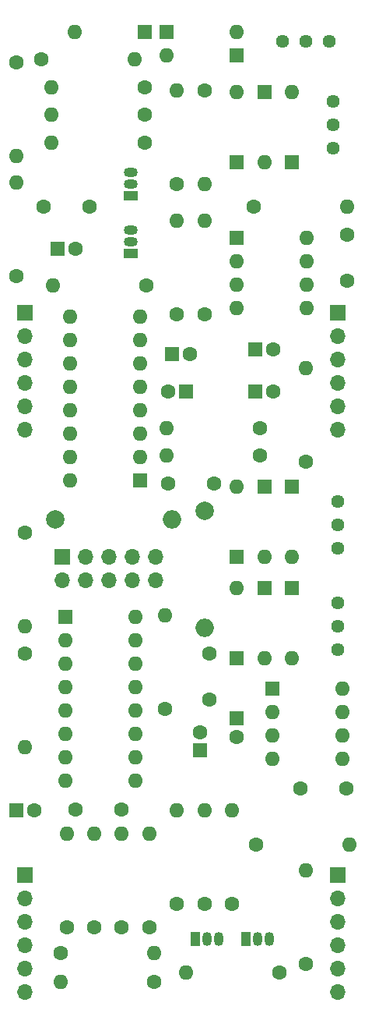
<source format=gbs>
G04 #@! TF.GenerationSoftware,KiCad,Pcbnew,(5.1.9)-1*
G04 #@! TF.CreationDate,2021-10-13T16:41:02+02:00*
G04 #@! TF.ProjectId,MS20-VCF,4d533230-2d56-4434-962e-6b696361645f,rev?*
G04 #@! TF.SameCoordinates,Original*
G04 #@! TF.FileFunction,Soldermask,Bot*
G04 #@! TF.FilePolarity,Negative*
%FSLAX46Y46*%
G04 Gerber Fmt 4.6, Leading zero omitted, Abs format (unit mm)*
G04 Created by KiCad (PCBNEW (5.1.9)-1) date 2021-10-13 16:41:02*
%MOMM*%
%LPD*%
G01*
G04 APERTURE LIST*
%ADD10C,1.600000*%
%ADD11R,1.600000X1.600000*%
%ADD12O,1.700000X1.700000*%
%ADD13R,1.700000X1.700000*%
%ADD14O,1.600000X1.600000*%
%ADD15C,1.440000*%
%ADD16R,1.050000X1.500000*%
%ADD17O,1.050000X1.500000*%
%ADD18R,1.500000X1.050000*%
%ADD19O,1.500000X1.050000*%
%ADD20O,2.000000X2.000000*%
%ADD21C,2.000000*%
G04 APERTURE END LIST*
D10*
X52000000Y-114500000D03*
D11*
X52000000Y-116500000D03*
D10*
X56000000Y-115000000D03*
D11*
X56000000Y-113000000D03*
D10*
X60000000Y-73000000D03*
D11*
X58000000Y-73000000D03*
D10*
X60000000Y-77500000D03*
D11*
X58000000Y-77500000D03*
D12*
X67000000Y-142700000D03*
X67000000Y-140160000D03*
X67000000Y-137620000D03*
X67000000Y-135080000D03*
X67000000Y-132540000D03*
D13*
X67000000Y-130000000D03*
D12*
X33000000Y-142700000D03*
X33000000Y-140160000D03*
X33000000Y-137620000D03*
X33000000Y-135080000D03*
X33000000Y-132540000D03*
D13*
X33000000Y-130000000D03*
D12*
X47160000Y-98040000D03*
X47160000Y-95500000D03*
X44620000Y-98040000D03*
X44620000Y-95500000D03*
X42080000Y-98040000D03*
X42080000Y-95500000D03*
X39540000Y-98040000D03*
X39540000Y-95500000D03*
X37000000Y-98040000D03*
D13*
X37000000Y-95500000D03*
D12*
X67000000Y-81700000D03*
X67000000Y-79160000D03*
X67000000Y-76620000D03*
X67000000Y-74080000D03*
X67000000Y-71540000D03*
D13*
X67000000Y-69000000D03*
D12*
X33000000Y-81700000D03*
X33000000Y-79160000D03*
X33000000Y-76620000D03*
X33000000Y-74080000D03*
X33000000Y-71540000D03*
D13*
X33000000Y-69000000D03*
D14*
X67500000Y-109800000D03*
X59880000Y-117420000D03*
X67500000Y-112340000D03*
X59880000Y-114880000D03*
X67500000Y-114880000D03*
X59880000Y-112340000D03*
X67500000Y-117420000D03*
D11*
X59880000Y-109800000D03*
D14*
X45000000Y-102000000D03*
X37380000Y-119780000D03*
X45000000Y-104540000D03*
X37380000Y-117240000D03*
X45000000Y-107080000D03*
X37380000Y-114700000D03*
X45000000Y-109620000D03*
X37380000Y-112160000D03*
X45000000Y-112160000D03*
X37380000Y-109620000D03*
X45000000Y-114700000D03*
X37380000Y-107080000D03*
X45000000Y-117240000D03*
X37380000Y-104540000D03*
X45000000Y-119780000D03*
D11*
X37380000Y-102000000D03*
D14*
X63620000Y-60880000D03*
X56000000Y-68500000D03*
X63620000Y-63420000D03*
X56000000Y-65960000D03*
X63620000Y-65960000D03*
X56000000Y-63420000D03*
X63620000Y-68500000D03*
D11*
X56000000Y-60880000D03*
D14*
X37880000Y-87200000D03*
X45500000Y-69420000D03*
X37880000Y-84660000D03*
X45500000Y-71960000D03*
X37880000Y-82120000D03*
X45500000Y-74500000D03*
X37880000Y-79580000D03*
X45500000Y-77040000D03*
X37880000Y-77040000D03*
X45500000Y-79580000D03*
X37880000Y-74500000D03*
X45500000Y-82120000D03*
X37880000Y-71960000D03*
X45500000Y-84660000D03*
X37880000Y-69420000D03*
D11*
X45500000Y-87200000D03*
D15*
X67000000Y-89500000D03*
X67000000Y-92040000D03*
X67000000Y-94580000D03*
X66500000Y-51080000D03*
X66500000Y-48540000D03*
X66500000Y-46000000D03*
X67000000Y-100500000D03*
X67000000Y-103040000D03*
X67000000Y-105580000D03*
X61000000Y-39500000D03*
X63540000Y-39500000D03*
X66080000Y-39500000D03*
D14*
X55500000Y-123000000D03*
D10*
X55500000Y-133160000D03*
D14*
X36850000Y-141600000D03*
D10*
X47010000Y-141600000D03*
D14*
X47000000Y-138500000D03*
D10*
X36840000Y-138500000D03*
D14*
X52500000Y-123000000D03*
D10*
X52500000Y-133160000D03*
D14*
X49500000Y-123000000D03*
D10*
X49500000Y-133160000D03*
D14*
X33000000Y-116160000D03*
D10*
X33000000Y-106000000D03*
D14*
X33000000Y-103000000D03*
D10*
X33000000Y-92840000D03*
D14*
X50500000Y-140600000D03*
D10*
X60660000Y-140600000D03*
D14*
X63500000Y-129500000D03*
D10*
X63500000Y-139660000D03*
D14*
X68250000Y-126700000D03*
D10*
X58090000Y-126700000D03*
D14*
X46500000Y-125500000D03*
D10*
X46500000Y-135660000D03*
D14*
X48200000Y-101840000D03*
D10*
X48200000Y-112000000D03*
D14*
X37500000Y-125500000D03*
D10*
X37500000Y-135660000D03*
D14*
X40500000Y-125500000D03*
D10*
X40500000Y-135660000D03*
D14*
X43500000Y-125500000D03*
D10*
X43500000Y-135660000D03*
D14*
X52500000Y-55000000D03*
D10*
X52500000Y-44840000D03*
D14*
X48340000Y-84500000D03*
D10*
X58500000Y-84500000D03*
D14*
X35840000Y-44500000D03*
D10*
X46000000Y-44500000D03*
D14*
X35840000Y-50500000D03*
D10*
X46000000Y-50500000D03*
D14*
X44900000Y-41500000D03*
D10*
X34740000Y-41500000D03*
D14*
X36000000Y-66000000D03*
D10*
X46160000Y-66000000D03*
D14*
X48340000Y-81500000D03*
D10*
X58500000Y-81500000D03*
D14*
X35840000Y-47500000D03*
D10*
X46000000Y-47500000D03*
D14*
X68000000Y-57500000D03*
D10*
X57840000Y-57500000D03*
D14*
X52500000Y-59000000D03*
D10*
X52500000Y-69160000D03*
D14*
X49500000Y-59000000D03*
D10*
X49500000Y-69160000D03*
D14*
X49500000Y-44840000D03*
D10*
X49500000Y-55000000D03*
D14*
X32000000Y-52000000D03*
D10*
X32000000Y-41840000D03*
D14*
X32000000Y-54840000D03*
D10*
X32000000Y-65000000D03*
D14*
X63500000Y-75000000D03*
D10*
X63500000Y-85160000D03*
D16*
X57000000Y-137000000D03*
D17*
X59540000Y-137000000D03*
X58270000Y-137000000D03*
D16*
X51500000Y-137000000D03*
D17*
X54040000Y-137000000D03*
X52770000Y-137000000D03*
D18*
X44500000Y-62540000D03*
D19*
X44500000Y-60000000D03*
X44500000Y-61270000D03*
D18*
X44500000Y-56270000D03*
D19*
X44500000Y-53730000D03*
X44500000Y-55000000D03*
D20*
X49000000Y-91400000D03*
D21*
X36300000Y-91400000D03*
D20*
X52500000Y-103200000D03*
D21*
X52500000Y-90500000D03*
D14*
X59000000Y-106500000D03*
D11*
X59000000Y-98880000D03*
D14*
X56000000Y-98880000D03*
D11*
X56000000Y-106500000D03*
D14*
X62000000Y-106500000D03*
D11*
X62000000Y-98880000D03*
D14*
X56000000Y-87880000D03*
D11*
X56000000Y-95500000D03*
D14*
X62000000Y-95500000D03*
D11*
X62000000Y-87880000D03*
D14*
X59000000Y-95500000D03*
D11*
X59000000Y-87880000D03*
D14*
X56000000Y-45000000D03*
D11*
X56000000Y-52620000D03*
D14*
X38380000Y-38500000D03*
D11*
X46000000Y-38500000D03*
D14*
X59000000Y-52620000D03*
D11*
X59000000Y-45000000D03*
D14*
X56000000Y-38500000D03*
D11*
X48380000Y-38500000D03*
D14*
X62000000Y-45000000D03*
D11*
X62000000Y-52620000D03*
D14*
X48380000Y-41000000D03*
D11*
X56000000Y-41000000D03*
D10*
X34000000Y-123000000D03*
D11*
X32000000Y-123000000D03*
D10*
X38500000Y-122950000D03*
X43500000Y-122950000D03*
X62900000Y-120600000D03*
X67900000Y-120600000D03*
X53000000Y-111000000D03*
X53000000Y-106000000D03*
X38500000Y-62000000D03*
D11*
X36500000Y-62000000D03*
D10*
X35000000Y-57500000D03*
X40000000Y-57500000D03*
X68000000Y-65500000D03*
X68000000Y-60500000D03*
X50950000Y-73500000D03*
D11*
X48950000Y-73500000D03*
D10*
X48500000Y-77500000D03*
D11*
X50500000Y-77500000D03*
D10*
X53500000Y-87500000D03*
X48500000Y-87500000D03*
M02*

</source>
